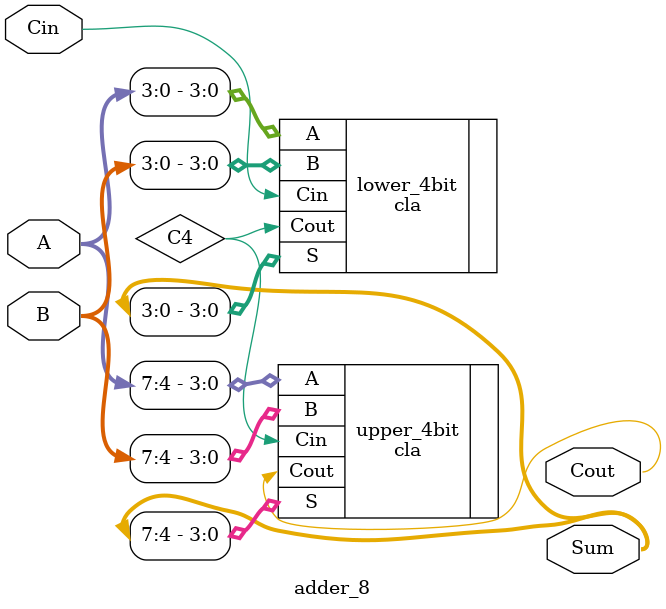
<source format=v>
module adder_8(
    input [7:0] A,
    input [7:0] B,
    input Cin,
    output [7:0] Sum,
    output Cout
);

wire C4;
cla lower_4bit (
.A(A[3:0]), 
.B(B[3:0]), 
.Cin(Cin), 
.S(Sum[3:0]), 
.Cout(C4)
);

cla upper_4bit (
.A(A[7:4]), 
.B(B[7:4]), 
.Cin(C4), 
.S(Sum[7:4]), 
.Cout(Cout)
);

endmodule


</source>
